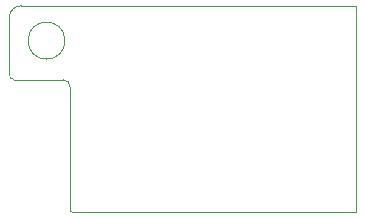
<source format=gbr>
%TF.GenerationSoftware,KiCad,Pcbnew,6.0.6*%
%TF.CreationDate,2022-09-07T18:25:10+01:00*%
%TF.ProjectId,Raspberry PI HAT,52617370-6265-4727-9279-205049204841,rev?*%
%TF.SameCoordinates,Original*%
%TF.FileFunction,Profile,NP*%
%FSLAX46Y46*%
G04 Gerber Fmt 4.6, Leading zero omitted, Abs format (unit mm)*
G04 Created by KiCad (PCBNEW 6.0.6) date 2022-09-07 18:25:10*
%MOMM*%
%LPD*%
G01*
G04 APERTURE LIST*
%TA.AperFunction,Profile*%
%ADD10C,0.100000*%
%TD*%
G04 APERTURE END LIST*
D10*
X90058537Y-67462400D02*
G75*
G03*
X90058537Y-67462400I-1564937J0D01*
G01*
X85750400Y-70764400D02*
X89916000Y-70764400D01*
X90474839Y-81686407D02*
G75*
G03*
X90728800Y-81991200I253961J-46593D01*
G01*
X114706400Y-64516000D02*
X114300000Y-64516000D01*
X114300000Y-64516000D02*
X86368313Y-64516000D01*
X85344025Y-70307203D02*
G75*
G03*
X85750400Y-70764400I406375J-47997D01*
G01*
X85344000Y-65379600D02*
X85344000Y-70307200D01*
X90470820Y-71389778D02*
X90474800Y-81686400D01*
X86368312Y-64516067D02*
G75*
G03*
X85344000Y-65379600I-13612J-1023133D01*
G01*
X90728800Y-81991200D02*
X114706400Y-81940400D01*
X90470820Y-71389778D02*
G75*
G03*
X89916000Y-70764400I-554820J66578D01*
G01*
X114706400Y-81940400D02*
X114706400Y-64516000D01*
M02*

</source>
